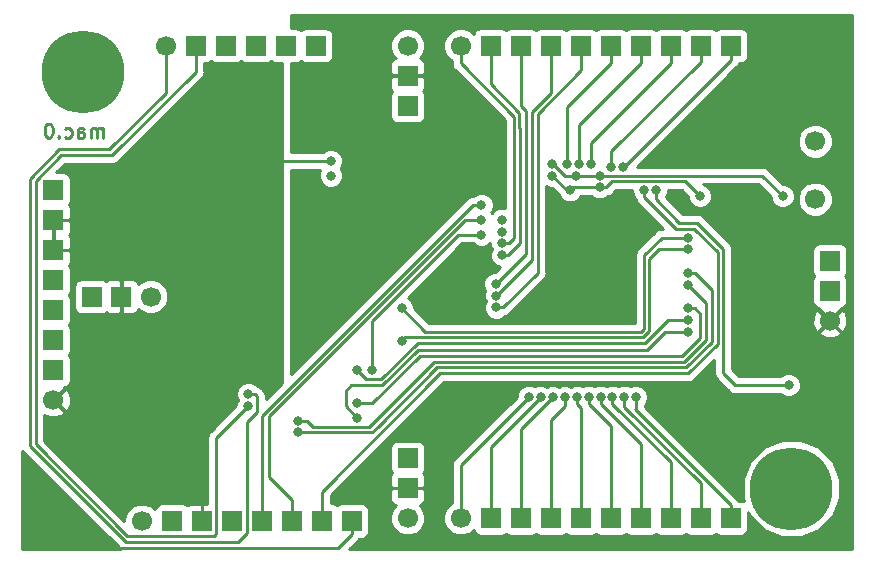
<source format=gbr>
G04 #@! TF.GenerationSoftware,KiCad,Pcbnew,(5.0.0-3-g5ebb6b6)*
G04 #@! TF.CreationDate,2019-02-10T22:36:41+03:00*
G04 #@! TF.ProjectId,mac,6D61632E6B696361645F706362000000,rev?*
G04 #@! TF.SameCoordinates,Original*
G04 #@! TF.FileFunction,Copper,L2,Bot,Signal*
G04 #@! TF.FilePolarity,Positive*
%FSLAX46Y46*%
G04 Gerber Fmt 4.6, Leading zero omitted, Abs format (unit mm)*
G04 Created by KiCad (PCBNEW (5.0.0-3-g5ebb6b6)) date *
%MOMM*%
%LPD*%
G01*
G04 APERTURE LIST*
G04 #@! TA.AperFunction,NonConductor*
%ADD10C,0.250000*%
G04 #@! TD*
G04 #@! TA.AperFunction,ComponentPad*
%ADD11C,1.700000*%
G04 #@! TD*
G04 #@! TA.AperFunction,ComponentPad*
%ADD12R,1.700000X1.700000*%
G04 #@! TD*
G04 #@! TA.AperFunction,ComponentPad*
%ADD13C,7.000000*%
G04 #@! TD*
G04 #@! TA.AperFunction,ViaPad*
%ADD14C,0.800000*%
G04 #@! TD*
G04 #@! TA.AperFunction,Conductor*
%ADD15C,0.250000*%
G04 #@! TD*
G04 APERTURE END LIST*
D10*
X84178571Y-67792857D02*
X84178571Y-66992857D01*
X84178571Y-67107142D02*
X84121428Y-67050000D01*
X84007142Y-66992857D01*
X83835714Y-66992857D01*
X83721428Y-67050000D01*
X83664285Y-67164285D01*
X83664285Y-67792857D01*
X83664285Y-67164285D02*
X83607142Y-67050000D01*
X83492857Y-66992857D01*
X83321428Y-66992857D01*
X83207142Y-67050000D01*
X83150000Y-67164285D01*
X83150000Y-67792857D01*
X82064285Y-67792857D02*
X82064285Y-67164285D01*
X82121428Y-67050000D01*
X82235714Y-66992857D01*
X82464285Y-66992857D01*
X82578571Y-67050000D01*
X82064285Y-67735714D02*
X82178571Y-67792857D01*
X82464285Y-67792857D01*
X82578571Y-67735714D01*
X82635714Y-67621428D01*
X82635714Y-67507142D01*
X82578571Y-67392857D01*
X82464285Y-67335714D01*
X82178571Y-67335714D01*
X82064285Y-67278571D01*
X80978571Y-67735714D02*
X81092857Y-67792857D01*
X81321428Y-67792857D01*
X81435714Y-67735714D01*
X81492857Y-67678571D01*
X81550000Y-67564285D01*
X81550000Y-67221428D01*
X81492857Y-67107142D01*
X81435714Y-67050000D01*
X81321428Y-66992857D01*
X81092857Y-66992857D01*
X80978571Y-67050000D01*
X80464285Y-67678571D02*
X80407142Y-67735714D01*
X80464285Y-67792857D01*
X80521428Y-67735714D01*
X80464285Y-67678571D01*
X80464285Y-67792857D01*
X79664285Y-66592857D02*
X79550000Y-66592857D01*
X79435714Y-66650000D01*
X79378571Y-66707142D01*
X79321428Y-66821428D01*
X79264285Y-67050000D01*
X79264285Y-67335714D01*
X79321428Y-67564285D01*
X79378571Y-67678571D01*
X79435714Y-67735714D01*
X79550000Y-67792857D01*
X79664285Y-67792857D01*
X79778571Y-67735714D01*
X79835714Y-67678571D01*
X79892857Y-67564285D01*
X79950000Y-67335714D01*
X79950000Y-67050000D01*
X79892857Y-66821428D01*
X79835714Y-66707142D01*
X79778571Y-66650000D01*
X79664285Y-66592857D01*
D11*
G04 #@! TO.P,G1,1*
G04 #@! TO.N,/VCC*
X88250000Y-81250000D03*
D12*
G04 #@! TO.P,G1,2*
G04 #@! TO.N,/GND*
X85750000Y-81250000D03*
G04 #@! TO.P,G1,3*
G04 #@! TO.N,/+4...30*
X83250000Y-81250000D03*
G04 #@! TD*
D11*
G04 #@! TO.P,XP3,1*
G04 #@! TO.N,/GND_MC*
X145750000Y-83290000D03*
D12*
G04 #@! TO.P,XP3,2*
G04 #@! TO.N,/MODE*
X145750000Y-80750000D03*
G04 #@! TO.P,XP3,3*
G04 #@! TO.N,/VCC_MC*
X145750000Y-78210000D03*
G04 #@! TD*
D13*
G04 #@! TO.P,M3,*
G04 #@! TO.N,*
X142500000Y-97500000D03*
G04 #@! TD*
G04 #@! TO.P,M3,*
G04 #@! TO.N,*
X82500000Y-62250000D03*
G04 #@! TD*
D11*
G04 #@! TO.P,XP1,1*
G04 #@! TO.N,/GND*
X80000000Y-90000000D03*
D12*
G04 #@! TO.P,XP1,2*
G04 #@! TO.N,/USB_D+*
X80000000Y-87460000D03*
G04 #@! TO.P,XP1,3*
G04 #@! TO.N,/USB_D-*
X80000000Y-84920000D03*
G04 #@! TO.P,XP1,4*
G04 #@! TO.N,/+4...30*
X80000000Y-82380000D03*
G04 #@! TO.P,XP1,5*
X80000000Y-79840000D03*
G04 #@! TO.P,XP1,6*
G04 #@! TO.N,/GND*
X80000000Y-77300000D03*
G04 #@! TO.P,XP1,7*
X80000000Y-74760000D03*
G04 #@! TO.P,XP1,8*
G04 #@! TO.N,/+3\002C3*
X80000000Y-72220000D03*
G04 #@! TD*
D11*
G04 #@! TO.P,XP4,1*
G04 #@! TO.N,/RS_A*
X89500000Y-60000000D03*
D12*
G04 #@! TO.P,XP4,2*
G04 #@! TO.N,/RS_B*
X92040000Y-60000000D03*
G04 #@! TO.P,XP4,3*
G04 #@! TO.N,Net-(R8-Pad2)*
X94580000Y-60000000D03*
G04 #@! TO.P,XP4,4*
X97120000Y-60000000D03*
G04 #@! TO.P,XP4,5*
G04 #@! TO.N,/CAN_H*
X99660000Y-60000000D03*
G04 #@! TO.P,XP4,6*
G04 #@! TO.N,/CAN_L*
X102200000Y-60000000D03*
G04 #@! TD*
D11*
G04 #@! TO.P,XP5,1*
G04 #@! TO.N,Net-(XP5-Pad1)*
X110000000Y-100000000D03*
D12*
G04 #@! TO.P,XP5,2*
G04 #@! TO.N,/GND_MC*
X110000000Y-97460000D03*
G04 #@! TO.P,XP5,3*
G04 #@! TO.N,/GND_LED1*
X110000000Y-94920000D03*
G04 #@! TD*
G04 #@! TO.P,XP6,10*
G04 #@! TO.N,/PA4*
X137360000Y-100000000D03*
G04 #@! TO.P,XP6,9*
G04 #@! TO.N,/PA5*
X134820000Y-100000000D03*
G04 #@! TO.P,XP6,8*
G04 #@! TO.N,/PA6*
X132280000Y-100000000D03*
G04 #@! TO.P,XP6,7*
G04 #@! TO.N,/PA7*
X129740000Y-100000000D03*
G04 #@! TO.P,XP6,6*
G04 #@! TO.N,/PB10*
X127200000Y-100000000D03*
G04 #@! TO.P,XP6,5*
G04 #@! TO.N,/PB9*
X124660000Y-100000000D03*
G04 #@! TO.P,XP6,4*
G04 #@! TO.N,/PB8*
X122120000Y-100000000D03*
G04 #@! TO.P,XP6,3*
G04 #@! TO.N,/PB7*
X119580000Y-100000000D03*
G04 #@! TO.P,XP6,2*
G04 #@! TO.N,/PB6*
X117040000Y-100000000D03*
D11*
G04 #@! TO.P,XP6,1*
G04 #@! TO.N,/PB5*
X114500000Y-100000000D03*
G04 #@! TD*
D12*
G04 #@! TO.P,XP7,3*
G04 #@! TO.N,/GND_LED2*
X110000000Y-65080000D03*
G04 #@! TO.P,XP7,2*
G04 #@! TO.N,/GND_MC*
X110000000Y-62540000D03*
D11*
G04 #@! TO.P,XP7,1*
G04 #@! TO.N,Net-(XP7-Pad1)*
X110000000Y-60000000D03*
G04 #@! TD*
G04 #@! TO.P,XP8,1*
G04 #@! TO.N,/PD5_ADC5*
X114500000Y-60000000D03*
D12*
G04 #@! TO.P,XP8,2*
G04 #@! TO.N,/PD6_ADC6*
X117040000Y-60000000D03*
G04 #@! TO.P,XP8,3*
G04 #@! TO.N,/PC2*
X119580000Y-60000000D03*
G04 #@! TO.P,XP8,4*
G04 #@! TO.N,/PC1_SDA1*
X122120000Y-60000000D03*
G04 #@! TO.P,XP8,5*
G04 #@! TO.N,/PC0_SCL1*
X124660000Y-60000000D03*
G04 #@! TO.P,XP8,6*
G04 #@! TO.N,/PD7_ADC7*
X127200000Y-60000000D03*
G04 #@! TO.P,XP8,7*
G04 #@! TO.N,/PE0_T2C1_DAC*
X129740000Y-60000000D03*
G04 #@! TO.P,XP8,8*
G04 #@! TO.N,/PE1_T2nC1*
X132280000Y-60000000D03*
G04 #@! TO.P,XP8,9*
G04 #@! TO.N,/PE2_T2C3*
X134820000Y-60000000D03*
G04 #@! TO.P,XP8,10*
G04 #@! TO.N,/PE3_T2nC3*
X137360000Y-60000000D03*
G04 #@! TD*
D11*
G04 #@! TO.P,ZQ1,2*
G04 #@! TO.N,Net-(C2-Pad1)*
X144500000Y-68100000D03*
G04 #@! TO.P,ZQ1,1*
G04 #@! TO.N,Net-(C1-Pad1)*
X144500000Y-73000000D03*
G04 #@! TD*
G04 #@! TO.P,XP2,1*
G04 #@! TO.N,/+4...30*
X87500000Y-100250000D03*
D12*
G04 #@! TO.P,XP2,2*
G04 #@! TO.N,/+3\002C3_prog*
X90040000Y-100250000D03*
G04 #@! TO.P,XP2,3*
G04 #@! TO.N,/GND*
X92580000Y-100250000D03*
G04 #@! TO.P,XP2,4*
G04 #@! TO.N,/TCK_CLK_TX*
X95120000Y-100250000D03*
G04 #@! TO.P,XP2,5*
G04 #@! TO.N,/TMS_DIO_RX*
X97660000Y-100250000D03*
G04 #@! TO.P,XP2,6*
G04 #@! TO.N,/TDO_SWO*
X100200000Y-100250000D03*
G04 #@! TO.P,XP2,7*
G04 #@! TO.N,/RES*
X102740000Y-100250000D03*
G04 #@! TO.P,XP2,8*
G04 #@! TO.N,/GND*
X105280000Y-100250000D03*
G04 #@! TD*
D14*
G04 #@! TO.N,/GND_MC*
X122750000Y-79750000D03*
X123500000Y-83000000D03*
X128750000Y-79000000D03*
X141500000Y-74750000D03*
X143250000Y-82500000D03*
X147250000Y-60250000D03*
X141500000Y-60250000D03*
X128000000Y-82250000D03*
G04 #@! TO.N,/GND*
X103500000Y-69750000D03*
X90500000Y-65500000D03*
X92250000Y-72250000D03*
X82000000Y-76000000D03*
X91500000Y-87750000D03*
X83000000Y-101000000D03*
G04 #@! TO.N,/A_VCC_MC*
X126250000Y-72000000D03*
X123750000Y-72250000D03*
X122250000Y-71000000D03*
X134750000Y-72750000D03*
G04 #@! TO.N,/A_GND_MC*
X126250000Y-71000000D03*
X124250000Y-71000000D03*
X122250000Y-70000000D03*
X141750000Y-72750000D03*
G04 #@! TO.N,/PF0_U2-RX*
X105750000Y-91500000D03*
X133750000Y-84250000D03*
G04 #@! TO.N,/PF1_U2-TX*
X133750000Y-83250000D03*
X105750000Y-87500000D03*
G04 #@! TO.N,/PF2_U2-En*
X133750000Y-82250000D03*
X105750000Y-90250000D03*
G04 #@! TO.N,/PC0_SCL1*
X117497835Y-82165712D03*
G04 #@! TO.N,/PC1_SDA1*
X117510899Y-81165796D03*
G04 #@! TO.N,/USB_D+*
X133750000Y-80250000D03*
X100750000Y-91750000D03*
G04 #@! TO.N,/PC2*
X117445299Y-80167948D03*
G04 #@! TO.N,/USB_D-*
X133750000Y-79250000D03*
X100750000Y-92750000D03*
G04 #@! TO.N,/PD6_ADC6*
X118012653Y-77737347D03*
G04 #@! TO.N,/PD5_ADC5*
X117999839Y-76737428D03*
G04 #@! TO.N,/PE6_C2-TX*
X133750000Y-77250000D03*
X109500000Y-85000000D03*
G04 #@! TO.N,/PE6_C2-RX*
X103500000Y-71000000D03*
X133750000Y-76250000D03*
X109500000Y-82250000D03*
G04 #@! TO.N,Net-(DD1-Pad17)*
X131000000Y-72250000D03*
X142250000Y-88750000D03*
G04 #@! TO.N,/RES*
X130000000Y-72225000D03*
G04 #@! TO.N,/PE3_T2nC3*
X128250000Y-70250000D03*
G04 #@! TO.N,/PE2_T2C3*
X127250000Y-70250000D03*
G04 #@! TO.N,/PE1_T2nC1*
X125500000Y-70000000D03*
G04 #@! TO.N,/PE0_T2C1_DAC*
X124500000Y-70000000D03*
G04 #@! TO.N,/PD7_ADC7*
X123500000Y-70000000D03*
G04 #@! TO.N,/PB9*
X124329742Y-89771479D03*
G04 #@! TO.N,/PB8*
X123307330Y-89768586D03*
G04 #@! TO.N,/PB7*
X122281672Y-89768939D03*
G04 #@! TO.N,/PB6*
X121262653Y-89762653D03*
G04 #@! TO.N,/PB5*
X120250000Y-89750000D03*
G04 #@! TO.N,/RS_A*
X96500000Y-89500000D03*
G04 #@! TO.N,/RS_B*
X96500000Y-90500000D03*
G04 #@! TO.N,/PA4*
X129329475Y-89750000D03*
G04 #@! TO.N,/PA5*
X128329474Y-89750001D03*
G04 #@! TO.N,/PA6*
X127329473Y-89749987D03*
G04 #@! TO.N,/PA7*
X126329472Y-89750160D03*
G04 #@! TO.N,/PB10*
X125329472Y-89748146D03*
G04 #@! TO.N,Net-(DD1-Pad34)*
X118000002Y-75737427D03*
G04 #@! TO.N,Net-(DD1-Pad33)*
X118000000Y-74737426D03*
G04 #@! TO.N,/TDO_SWO*
X116250000Y-74750000D03*
G04 #@! TO.N,/TMS_DIO_RX*
X116250000Y-73500000D03*
G04 #@! TO.N,/TCK_CLK_TX*
X116250000Y-76000000D03*
X107000000Y-87500000D03*
G04 #@! TD*
D15*
G04 #@! TO.N,/GND_MC*
X141500000Y-74750000D02*
X141899999Y-75149999D01*
X143250000Y-76500000D02*
X143250000Y-82500000D01*
X141899999Y-75149999D02*
X143250000Y-76500000D01*
X146250000Y-61250000D02*
X147250000Y-60250000D01*
X146250000Y-74750000D02*
X146250000Y-61250000D01*
X145750000Y-75250000D02*
X146250000Y-74750000D01*
G04 #@! TO.N,/GND*
X90500000Y-68500000D02*
X90500000Y-65500000D01*
X92250000Y-70250000D02*
X90500000Y-68500000D01*
X92250000Y-72250000D02*
X92250000Y-70250000D01*
X94750000Y-69750000D02*
X92250000Y-72250000D01*
X103500000Y-69750000D02*
X94750000Y-69750000D01*
X88500000Y-76000000D02*
X92250000Y-72250000D01*
X82000000Y-76000000D02*
X88500000Y-76000000D01*
X85750000Y-79750000D02*
X85750000Y-81250000D01*
X82000000Y-76000000D02*
X85750000Y-79750000D01*
X85750000Y-87750000D02*
X85750000Y-81250000D01*
X91500000Y-87750000D02*
X85750000Y-87750000D01*
X84500000Y-102500000D02*
X83000000Y-101000000D01*
X104130000Y-102500000D02*
X84500000Y-102500000D01*
X105280000Y-101350000D02*
X104130000Y-102500000D01*
X105280000Y-100250000D02*
X105280000Y-101350000D01*
G04 #@! TO.N,/A_VCC_MC*
X124000000Y-72000000D02*
X123750000Y-72250000D01*
X126250000Y-72000000D02*
X124000000Y-72000000D01*
X123500000Y-72250000D02*
X122250000Y-71000000D01*
X123750000Y-72250000D02*
X123500000Y-72250000D01*
X126250000Y-72000000D02*
X126815685Y-72000000D01*
X126815685Y-72000000D02*
X127315685Y-71500000D01*
X127315685Y-71500000D02*
X131000000Y-71500000D01*
X131000000Y-71500000D02*
X133500000Y-71500000D01*
X131000000Y-71500000D02*
X131750000Y-71500000D01*
X133500000Y-71500000D02*
X134750000Y-72750000D01*
G04 #@! TO.N,/A_GND_MC*
X124500000Y-71000000D02*
X126250000Y-71000000D01*
X124250000Y-71000000D02*
X124500000Y-71000000D01*
X122323002Y-70000000D02*
X122250000Y-70000000D01*
X123323002Y-71000000D02*
X122323002Y-70000000D01*
X124250000Y-71000000D02*
X123323002Y-71000000D01*
X126250000Y-71000000D02*
X136250000Y-71000000D01*
X136250000Y-71000000D02*
X137500000Y-71000000D01*
X140000000Y-71000000D02*
X141750000Y-72750000D01*
X137500000Y-71000000D02*
X140000000Y-71000000D01*
G04 #@! TO.N,/PF0_U2-RX*
X130250000Y-85750000D02*
X131750000Y-84250000D01*
X110886410Y-85750000D02*
X130250000Y-85750000D01*
X107861411Y-88774999D02*
X110886410Y-85750000D01*
X105225001Y-88774999D02*
X107861411Y-88774999D01*
X104750000Y-89250000D02*
X105225001Y-88774999D01*
X131750000Y-84250000D02*
X133750000Y-84250000D01*
X104750000Y-90500000D02*
X104750000Y-89250000D01*
X105750000Y-91500000D02*
X104750000Y-90500000D01*
G04 #@! TO.N,/PF1_U2-TX*
X106475001Y-88225001D02*
X105750000Y-87500000D01*
X133750000Y-83250000D02*
X132022820Y-83250000D01*
X107774999Y-88225001D02*
X106475001Y-88225001D01*
X110849980Y-85150020D02*
X107774999Y-88225001D01*
X132022820Y-83250000D02*
X130122801Y-85150019D01*
X130122801Y-85150019D02*
X110849980Y-85150020D01*
G04 #@! TO.N,/PF2_U2-En*
X111022820Y-86250000D02*
X107022820Y-90250000D01*
X107022820Y-90250000D02*
X105750000Y-90250000D01*
X133250000Y-86250000D02*
X111022820Y-86250000D01*
X134750000Y-84750000D02*
X133250000Y-86250000D01*
X133750000Y-82250000D02*
X134315685Y-82250000D01*
X134750000Y-82684315D02*
X134750000Y-84750000D01*
X134315685Y-82250000D02*
X134750000Y-82684315D01*
G04 #@! TO.N,/PC0_SCL1*
X124660000Y-62096410D02*
X124660000Y-61500000D01*
X121000000Y-65756410D02*
X124660000Y-62096410D01*
X121000000Y-79229232D02*
X121000000Y-65756410D01*
X124660000Y-61500000D02*
X124660000Y-60000000D01*
X118063520Y-82165712D02*
X121000000Y-79229232D01*
X117497835Y-82165712D02*
X118063520Y-82165712D01*
G04 #@! TO.N,/PC1_SDA1*
X122120000Y-64000000D02*
X122120000Y-60000000D01*
X120500000Y-65620000D02*
X122120000Y-64000000D01*
X120500000Y-78186249D02*
X120500000Y-65620000D01*
X117520453Y-81165796D02*
X120500000Y-78186249D01*
X117510899Y-81165796D02*
X117520453Y-81165796D01*
G04 #@! TO.N,/USB_D+*
X135250000Y-81750000D02*
X133750000Y-80250000D01*
X135250000Y-84886410D02*
X135250000Y-81750000D01*
X133386410Y-86750000D02*
X135250000Y-84886410D01*
X112250000Y-86750000D02*
X133386410Y-86750000D01*
X106750000Y-92250000D02*
X112250000Y-86750000D01*
X102000000Y-92250000D02*
X106750000Y-92250000D01*
X101500000Y-91750000D02*
X102000000Y-92250000D01*
X101500000Y-91750000D02*
X100750000Y-91750000D01*
G04 #@! TO.N,/PC2*
X120000000Y-77613247D02*
X120000000Y-65500000D01*
X119580000Y-65080000D02*
X119580000Y-60000000D01*
X120000000Y-65500000D02*
X119580000Y-65080000D01*
X117445299Y-80167948D02*
X120000000Y-77613247D01*
G04 #@! TO.N,/USB_D-*
X134315685Y-79250000D02*
X135750000Y-80684315D01*
X133750000Y-79250000D02*
X134315685Y-79250000D01*
X135750010Y-85093520D02*
X133593530Y-87250000D01*
X135750010Y-80684325D02*
X135750010Y-85093520D01*
X135750000Y-80684315D02*
X135750010Y-80684325D01*
X133593530Y-87250000D02*
X132957120Y-87250000D01*
X132957120Y-87250000D02*
X132957110Y-87250010D01*
X132957110Y-87250010D02*
X114500000Y-87250010D01*
X114500000Y-87250010D02*
X114250010Y-87250010D01*
X102999990Y-92750000D02*
X103000000Y-92750010D01*
X112499990Y-87250010D02*
X114500000Y-87250010D01*
X103000000Y-92750010D02*
X106957110Y-92750010D01*
X107500000Y-92250000D02*
X112499990Y-87250010D01*
X106957110Y-92750010D02*
X107457120Y-92250000D01*
X107457120Y-92250000D02*
X107500000Y-92250000D01*
X101750000Y-92750000D02*
X100750000Y-92750000D01*
X101750000Y-92750000D02*
X102999990Y-92750000D01*
G04 #@! TO.N,/PD6_ADC6*
X119450010Y-65700010D02*
X117040000Y-63290000D01*
X119450010Y-66950010D02*
X119450010Y-65700010D01*
X119500000Y-67000000D02*
X119450010Y-66950010D01*
X117040000Y-63290000D02*
X117040000Y-61100000D01*
X119500000Y-76724694D02*
X119500000Y-67000000D01*
X118487347Y-77737347D02*
X119500000Y-76724694D01*
X117040000Y-61100000D02*
X117040000Y-60000000D01*
X118012653Y-77737347D02*
X118487347Y-77737347D01*
G04 #@! TO.N,/PD5_ADC5*
X114500000Y-61500000D02*
X114500000Y-60000000D01*
X119000000Y-66000000D02*
X114500000Y-61500000D01*
X119000000Y-76302952D02*
X119000000Y-66000000D01*
X118565524Y-76737428D02*
X119000000Y-76302952D01*
X117999839Y-76737428D02*
X118565524Y-76737428D01*
G04 #@! TO.N,/PE6_C2-TX*
X130450009Y-84186401D02*
X130450010Y-78049990D01*
X130450010Y-78049990D02*
X131250000Y-77250000D01*
X129936400Y-84700010D02*
X130450009Y-84186401D01*
X109799990Y-84700010D02*
X129936400Y-84700010D01*
X131250000Y-77250000D02*
X133750000Y-77250000D01*
X109500000Y-85000000D02*
X109799990Y-84700010D01*
G04 #@! TO.N,/PE6_C2-RX*
X111500000Y-84250000D02*
X109500000Y-82250000D01*
X129750000Y-84250000D02*
X111500000Y-84250000D01*
X130000000Y-84000000D02*
X129750000Y-84250000D01*
X130000000Y-77750000D02*
X130000000Y-84000000D01*
X131500000Y-76250000D02*
X130000000Y-77750000D01*
X133750000Y-76250000D02*
X131500000Y-76250000D01*
G04 #@! TO.N,Net-(DD1-Pad17)*
X131000000Y-73000000D02*
X131000000Y-72250000D01*
X133000000Y-75000000D02*
X131000000Y-73000000D01*
X136700010Y-77200010D02*
X134500000Y-75000000D01*
X136700010Y-87700010D02*
X136700010Y-77200010D01*
X134500000Y-75000000D02*
X133000000Y-75000000D01*
X137750000Y-88750000D02*
X136700010Y-87700010D01*
X142250000Y-88750000D02*
X137750000Y-88750000D01*
G04 #@! TO.N,/RES*
X130000000Y-72790685D02*
X132709315Y-75500000D01*
X130000000Y-72225000D02*
X130000000Y-72790685D01*
X132709315Y-75500000D02*
X134250000Y-75500000D01*
X134250000Y-75500000D02*
X136250000Y-77500000D01*
X136250000Y-77500000D02*
X136250000Y-82000000D01*
X136250000Y-82000000D02*
X136250000Y-82250000D01*
X102740000Y-97760000D02*
X102740000Y-100250000D01*
X112750000Y-87750000D02*
X102740000Y-97760000D01*
X136250000Y-85229940D02*
X133729940Y-87750000D01*
X133729940Y-87750000D02*
X112750000Y-87750000D01*
X136250000Y-82000000D02*
X136250000Y-85229940D01*
G04 #@! TO.N,/PE3_T2nC3*
X137360000Y-61100000D02*
X137360000Y-60000000D01*
X137360000Y-61250000D02*
X137360000Y-61100000D01*
X128360000Y-70250000D02*
X137360000Y-61250000D01*
X128250000Y-70250000D02*
X128360000Y-70250000D01*
G04 #@! TO.N,/PE2_T2C3*
X134820000Y-61364315D02*
X134820000Y-60000000D01*
X127250000Y-68934315D02*
X134820000Y-61364315D01*
X127250000Y-70250000D02*
X127250000Y-68934315D01*
G04 #@! TO.N,/PE1_T2nC1*
X132280000Y-61500000D02*
X132280000Y-60000000D01*
X125500000Y-68280000D02*
X132280000Y-61500000D01*
X125500000Y-70000000D02*
X125500000Y-68280000D01*
G04 #@! TO.N,/PE0_T2C1_DAC*
X129740000Y-61100000D02*
X129740000Y-60000000D01*
X124500000Y-66740000D02*
X129740000Y-61500000D01*
X124500000Y-70000000D02*
X124500000Y-66740000D01*
X129740000Y-61500000D02*
X129740000Y-61100000D01*
G04 #@! TO.N,/PD7_ADC7*
X123500000Y-65200000D02*
X127200000Y-61500000D01*
X123500000Y-70000000D02*
X123500000Y-65200000D01*
X127200000Y-61500000D02*
X127200000Y-60000000D01*
G04 #@! TO.N,/PB9*
X124660000Y-90667422D02*
X124660000Y-92250000D01*
X124329742Y-90337164D02*
X124660000Y-90667422D01*
X124329742Y-89771479D02*
X124329742Y-90337164D01*
X124660000Y-100000000D02*
X124660000Y-92250000D01*
G04 #@! TO.N,/PB8*
X122120000Y-91687330D02*
X123307330Y-90500000D01*
X122120000Y-100000000D02*
X122120000Y-91687330D01*
X123307330Y-89768586D02*
X123307330Y-90500000D01*
G04 #@! TO.N,/PB7*
X119580000Y-92470611D02*
X122281672Y-89768939D01*
X119580000Y-100000000D02*
X119580000Y-92470611D01*
G04 #@! TO.N,/PB6*
X117040000Y-93985306D02*
X121262653Y-89762653D01*
X117040000Y-100000000D02*
X117040000Y-93985306D01*
G04 #@! TO.N,/PB5*
X114500000Y-95500000D02*
X120250000Y-89750000D01*
X114500000Y-100000000D02*
X114500000Y-95500000D01*
G04 #@! TO.N,/RS_A*
X96400000Y-98750000D02*
X96400000Y-96000000D01*
X96400000Y-96250000D02*
X96400000Y-96000000D01*
X96400000Y-98750000D02*
X96400000Y-98250000D01*
X96400000Y-101255002D02*
X96400000Y-98750000D01*
X86113590Y-102000000D02*
X95655002Y-102000000D01*
X78000000Y-93886410D02*
X86113590Y-102000000D01*
X78000000Y-71250000D02*
X78000000Y-93886410D01*
X95655002Y-102000000D02*
X96400000Y-101255002D01*
X84750000Y-68750000D02*
X80500000Y-68750000D01*
X89500000Y-64000000D02*
X84750000Y-68750000D01*
X80500000Y-68750000D02*
X78000000Y-71250000D01*
X89500000Y-60000000D02*
X89500000Y-64000000D01*
X97065685Y-89500000D02*
X96500000Y-89500000D01*
X97250000Y-89684315D02*
X97065685Y-89500000D01*
X97250000Y-91000000D02*
X97250000Y-89684315D01*
X96400000Y-91850000D02*
X97250000Y-91000000D01*
X96400000Y-96000000D02*
X96400000Y-91850000D01*
G04 #@! TO.N,/RS_B*
X93200000Y-101500000D02*
X93505001Y-101500000D01*
X93615002Y-101500000D02*
X93800000Y-101315002D01*
X93200000Y-101500000D02*
X93615002Y-101500000D01*
X93800000Y-101315002D02*
X93800000Y-98500000D01*
X93800000Y-98500000D02*
X93800000Y-96250000D01*
X93800000Y-96250000D02*
X93800000Y-94950000D01*
X86250000Y-101500000D02*
X93200000Y-101500000D01*
X78500000Y-93750000D02*
X86250000Y-101500000D01*
X78500000Y-71434998D02*
X78500000Y-93750000D01*
X80684998Y-69250000D02*
X78500000Y-71434998D01*
X92040000Y-62210000D02*
X85000000Y-69250000D01*
X85000000Y-69250000D02*
X80684998Y-69250000D01*
X92040000Y-60000000D02*
X92040000Y-62210000D01*
X93800000Y-93200000D02*
X96500000Y-90500000D01*
X93800000Y-96250000D02*
X93800000Y-93200000D01*
G04 #@! TO.N,/PA4*
X137360000Y-98900000D02*
X129250000Y-90790000D01*
X137360000Y-100000000D02*
X137360000Y-98900000D01*
X129329475Y-90710525D02*
X129329475Y-89750000D01*
X129250000Y-90790000D02*
X129329475Y-90710525D01*
G04 #@! TO.N,/PA5*
X128329474Y-89750001D02*
X128329474Y-90579474D01*
X134820000Y-97070000D02*
X134820000Y-100000000D01*
X128329474Y-90579474D02*
X134820000Y-97070000D01*
G04 #@! TO.N,/PA6*
X132280000Y-95266199D02*
X132280000Y-98900000D01*
X132280000Y-98900000D02*
X132280000Y-100000000D01*
X127329473Y-90315672D02*
X132280000Y-95266199D01*
X127329473Y-89749987D02*
X127329473Y-90315672D01*
G04 #@! TO.N,/PA7*
X129740000Y-98900000D02*
X129740000Y-100000000D01*
X126329472Y-90315845D02*
X129740000Y-93726373D01*
X129740000Y-93726373D02*
X129740000Y-98900000D01*
X126329472Y-89750160D02*
X126329472Y-90315845D01*
G04 #@! TO.N,/PB10*
X125329472Y-90313831D02*
X125329472Y-89748146D01*
X127200000Y-92184359D02*
X125329472Y-90313831D01*
X127200000Y-100000000D02*
X127200000Y-92184359D01*
G04 #@! TO.N,/TDO_SWO*
X98250000Y-91386410D02*
X114886410Y-74750000D01*
X100200000Y-98450000D02*
X98250000Y-96500000D01*
X114886410Y-74750000D02*
X116250000Y-74750000D01*
X98250000Y-96500000D02*
X98250000Y-91386410D01*
X100200000Y-100250000D02*
X100200000Y-98450000D01*
G04 #@! TO.N,/TMS_DIO_RX*
X115500000Y-73500000D02*
X116250000Y-73500000D01*
X97660000Y-91340000D02*
X115500000Y-73500000D01*
X97660000Y-100250000D02*
X97660000Y-91340000D01*
G04 #@! TO.N,/TCK_CLK_TX*
X114272820Y-76000000D02*
X116250000Y-76000000D01*
X107000000Y-83272820D02*
X114272820Y-76000000D01*
X107000000Y-87500000D02*
X107000000Y-83272820D01*
G04 #@! TD*
G04 #@! TO.N,/GND_MC*
G36*
X147625000Y-102625000D02*
X105065659Y-102625000D01*
X105758097Y-101932563D01*
X105820720Y-101890720D01*
X105923269Y-101737244D01*
X106130000Y-101737244D01*
X106373863Y-101688737D01*
X106580600Y-101550600D01*
X106718737Y-101343863D01*
X106767244Y-101100000D01*
X106767244Y-99400000D01*
X106718737Y-99156137D01*
X106580600Y-98949400D01*
X106373863Y-98811263D01*
X106130000Y-98762756D01*
X104430000Y-98762756D01*
X104186137Y-98811263D01*
X104010000Y-98928954D01*
X103833863Y-98811263D01*
X103590000Y-98762756D01*
X103490000Y-98762756D01*
X103490000Y-98070659D01*
X103919409Y-97641250D01*
X108525000Y-97641250D01*
X108525000Y-98434320D01*
X108620150Y-98664034D01*
X108795966Y-98839849D01*
X108992697Y-98921338D01*
X108749555Y-99164480D01*
X108525000Y-99706604D01*
X108525000Y-100293396D01*
X108749555Y-100835520D01*
X109164480Y-101250445D01*
X109706604Y-101475000D01*
X110293396Y-101475000D01*
X110835520Y-101250445D01*
X111250445Y-100835520D01*
X111475000Y-100293396D01*
X111475000Y-99706604D01*
X113025000Y-99706604D01*
X113025000Y-100293396D01*
X113249555Y-100835520D01*
X113664480Y-101250445D01*
X114206604Y-101475000D01*
X114793396Y-101475000D01*
X115335520Y-101250445D01*
X115583152Y-101002813D01*
X115601263Y-101093863D01*
X115739400Y-101300600D01*
X115946137Y-101438737D01*
X116190000Y-101487244D01*
X117890000Y-101487244D01*
X118133863Y-101438737D01*
X118310000Y-101321046D01*
X118486137Y-101438737D01*
X118730000Y-101487244D01*
X120430000Y-101487244D01*
X120673863Y-101438737D01*
X120850000Y-101321046D01*
X121026137Y-101438737D01*
X121270000Y-101487244D01*
X122970000Y-101487244D01*
X123213863Y-101438737D01*
X123390000Y-101321046D01*
X123566137Y-101438737D01*
X123810000Y-101487244D01*
X125510000Y-101487244D01*
X125753863Y-101438737D01*
X125930000Y-101321046D01*
X126106137Y-101438737D01*
X126350000Y-101487244D01*
X128050000Y-101487244D01*
X128293863Y-101438737D01*
X128470000Y-101321046D01*
X128646137Y-101438737D01*
X128890000Y-101487244D01*
X130590000Y-101487244D01*
X130833863Y-101438737D01*
X131010000Y-101321046D01*
X131186137Y-101438737D01*
X131430000Y-101487244D01*
X133130000Y-101487244D01*
X133373863Y-101438737D01*
X133550000Y-101321046D01*
X133726137Y-101438737D01*
X133970000Y-101487244D01*
X135670000Y-101487244D01*
X135913863Y-101438737D01*
X136090000Y-101321046D01*
X136266137Y-101438737D01*
X136510000Y-101487244D01*
X138210000Y-101487244D01*
X138453863Y-101438737D01*
X138660600Y-101300600D01*
X138798737Y-101093863D01*
X138847244Y-100850000D01*
X138847244Y-99460613D01*
X139002993Y-99836625D01*
X140163375Y-100997007D01*
X141679486Y-101625000D01*
X143320514Y-101625000D01*
X144836625Y-100997007D01*
X145997007Y-99836625D01*
X146625000Y-98320514D01*
X146625000Y-96679486D01*
X145997007Y-95163375D01*
X144836625Y-94002993D01*
X143320514Y-93375000D01*
X141679486Y-93375000D01*
X140163375Y-94002993D01*
X139002993Y-95163375D01*
X138375000Y-96679486D01*
X138375000Y-98320514D01*
X138482704Y-98580534D01*
X138453863Y-98561263D01*
X138210000Y-98512756D01*
X138003269Y-98512756D01*
X137900720Y-98359280D01*
X137838097Y-98317437D01*
X130079475Y-90558816D01*
X130079475Y-90449569D01*
X130198428Y-90330616D01*
X130354475Y-89953885D01*
X130354475Y-89546115D01*
X130198428Y-89169384D01*
X129910091Y-88881047D01*
X129533360Y-88725000D01*
X129125590Y-88725000D01*
X128829473Y-88847655D01*
X128533359Y-88725001D01*
X128125589Y-88725001D01*
X127829490Y-88847649D01*
X127533358Y-88724987D01*
X127125588Y-88724987D01*
X126829264Y-88847728D01*
X126533357Y-88725160D01*
X126125587Y-88725160D01*
X125831903Y-88846808D01*
X125533357Y-88723146D01*
X125125587Y-88723146D01*
X124801442Y-88857411D01*
X124533627Y-88746479D01*
X124125857Y-88746479D01*
X123822028Y-88872329D01*
X123511215Y-88743586D01*
X123103445Y-88743586D01*
X122794075Y-88871731D01*
X122485557Y-88743939D01*
X122077787Y-88743939D01*
X121779750Y-88867390D01*
X121466538Y-88737653D01*
X121058768Y-88737653D01*
X120771600Y-88856602D01*
X120453885Y-88725000D01*
X120046115Y-88725000D01*
X119669384Y-88881047D01*
X119381047Y-89169384D01*
X119225000Y-89546115D01*
X119225000Y-89714340D01*
X114021904Y-94917437D01*
X113959281Y-94959280D01*
X113917439Y-95021902D01*
X113793517Y-95207365D01*
X113735307Y-95500000D01*
X113750001Y-95573870D01*
X113750000Y-98714131D01*
X113664480Y-98749555D01*
X113249555Y-99164480D01*
X113025000Y-99706604D01*
X111475000Y-99706604D01*
X111250445Y-99164480D01*
X111007303Y-98921338D01*
X111204034Y-98839849D01*
X111379850Y-98664034D01*
X111475000Y-98434320D01*
X111475000Y-97641250D01*
X111318750Y-97485000D01*
X110025000Y-97485000D01*
X110025000Y-97505000D01*
X109975000Y-97505000D01*
X109975000Y-97485000D01*
X108681250Y-97485000D01*
X108525000Y-97641250D01*
X103919409Y-97641250D01*
X107490659Y-94070000D01*
X108512756Y-94070000D01*
X108512756Y-95770000D01*
X108561263Y-96013863D01*
X108681823Y-96194294D01*
X108620150Y-96255966D01*
X108525000Y-96485680D01*
X108525000Y-97278750D01*
X108681250Y-97435000D01*
X109975000Y-97435000D01*
X109975000Y-97415000D01*
X110025000Y-97415000D01*
X110025000Y-97435000D01*
X111318750Y-97435000D01*
X111475000Y-97278750D01*
X111475000Y-96485680D01*
X111379850Y-96255966D01*
X111318177Y-96194294D01*
X111438737Y-96013863D01*
X111487244Y-95770000D01*
X111487244Y-94070000D01*
X111438737Y-93826137D01*
X111300600Y-93619400D01*
X111093863Y-93481263D01*
X110850000Y-93432756D01*
X109150000Y-93432756D01*
X108906137Y-93481263D01*
X108699400Y-93619400D01*
X108561263Y-93826137D01*
X108512756Y-94070000D01*
X107490659Y-94070000D01*
X113060660Y-88500000D01*
X133656075Y-88500000D01*
X133729940Y-88514693D01*
X133803805Y-88500000D01*
X133803806Y-88500000D01*
X134022575Y-88456484D01*
X134270660Y-88290720D01*
X134312505Y-88228094D01*
X135950010Y-86590590D01*
X135950010Y-87626145D01*
X135935317Y-87700010D01*
X135950010Y-87773875D01*
X135993526Y-87992644D01*
X136159290Y-88240730D01*
X136221916Y-88282575D01*
X137167438Y-89228099D01*
X137209280Y-89290720D01*
X137457365Y-89456484D01*
X137676134Y-89500000D01*
X137749999Y-89514693D01*
X137823864Y-89500000D01*
X141550431Y-89500000D01*
X141669384Y-89618953D01*
X142046115Y-89775000D01*
X142453885Y-89775000D01*
X142830616Y-89618953D01*
X143118953Y-89330616D01*
X143275000Y-88953885D01*
X143275000Y-88546115D01*
X143118953Y-88169384D01*
X142830616Y-87881047D01*
X142453885Y-87725000D01*
X142046115Y-87725000D01*
X141669384Y-87881047D01*
X141550431Y-88000000D01*
X138060661Y-88000000D01*
X137450010Y-87389351D01*
X137450010Y-84260444D01*
X144814911Y-84260444D01*
X144886379Y-84521204D01*
X145423280Y-84757978D01*
X146009920Y-84771265D01*
X146556991Y-84559043D01*
X146613621Y-84521204D01*
X146685089Y-84260444D01*
X145750000Y-83325355D01*
X144814911Y-84260444D01*
X137450010Y-84260444D01*
X137450010Y-83549920D01*
X144268735Y-83549920D01*
X144480957Y-84096991D01*
X144518796Y-84153621D01*
X144779556Y-84225089D01*
X145714645Y-83290000D01*
X145785355Y-83290000D01*
X146720444Y-84225089D01*
X146981204Y-84153621D01*
X147217978Y-83616720D01*
X147231265Y-83030080D01*
X147019043Y-82483009D01*
X146981204Y-82426379D01*
X146720444Y-82354911D01*
X145785355Y-83290000D01*
X145714645Y-83290000D01*
X144779556Y-82354911D01*
X144518796Y-82426379D01*
X144282022Y-82963280D01*
X144268735Y-83549920D01*
X137450010Y-83549920D01*
X137450010Y-77360000D01*
X144262756Y-77360000D01*
X144262756Y-79060000D01*
X144311263Y-79303863D01*
X144428954Y-79480000D01*
X144311263Y-79656137D01*
X144262756Y-79900000D01*
X144262756Y-81600000D01*
X144311263Y-81843863D01*
X144449400Y-82050600D01*
X144656137Y-82188737D01*
X144840703Y-82225449D01*
X144814911Y-82319556D01*
X145750000Y-83254645D01*
X146685089Y-82319556D01*
X146659297Y-82225449D01*
X146843863Y-82188737D01*
X147050600Y-82050600D01*
X147188737Y-81843863D01*
X147237244Y-81600000D01*
X147237244Y-79900000D01*
X147188737Y-79656137D01*
X147071046Y-79480000D01*
X147188737Y-79303863D01*
X147237244Y-79060000D01*
X147237244Y-77360000D01*
X147188737Y-77116137D01*
X147050600Y-76909400D01*
X146843863Y-76771263D01*
X146600000Y-76722756D01*
X144900000Y-76722756D01*
X144656137Y-76771263D01*
X144449400Y-76909400D01*
X144311263Y-77116137D01*
X144262756Y-77360000D01*
X137450010Y-77360000D01*
X137450010Y-77273875D01*
X137464703Y-77200010D01*
X137450010Y-77126144D01*
X137406494Y-76907375D01*
X137240730Y-76659290D01*
X137178107Y-76617447D01*
X135082565Y-74521906D01*
X135040720Y-74459280D01*
X134792635Y-74293516D01*
X134573866Y-74250000D01*
X134573865Y-74250000D01*
X134500000Y-74235307D01*
X134426135Y-74250000D01*
X133310661Y-74250000D01*
X131875491Y-72814832D01*
X132025000Y-72453885D01*
X132025000Y-72250000D01*
X133189341Y-72250000D01*
X133725000Y-72785660D01*
X133725000Y-72953885D01*
X133881047Y-73330616D01*
X134169384Y-73618953D01*
X134546115Y-73775000D01*
X134953885Y-73775000D01*
X135330616Y-73618953D01*
X135618953Y-73330616D01*
X135775000Y-72953885D01*
X135775000Y-72546115D01*
X135618953Y-72169384D01*
X135330616Y-71881047D01*
X135014240Y-71750000D01*
X139689341Y-71750000D01*
X140725000Y-72785660D01*
X140725000Y-72953885D01*
X140881047Y-73330616D01*
X141169384Y-73618953D01*
X141546115Y-73775000D01*
X141953885Y-73775000D01*
X142330616Y-73618953D01*
X142618953Y-73330616D01*
X142775000Y-72953885D01*
X142775000Y-72706604D01*
X143025000Y-72706604D01*
X143025000Y-73293396D01*
X143249555Y-73835520D01*
X143664480Y-74250445D01*
X144206604Y-74475000D01*
X144793396Y-74475000D01*
X145335520Y-74250445D01*
X145750445Y-73835520D01*
X145975000Y-73293396D01*
X145975000Y-72706604D01*
X145750445Y-72164480D01*
X145335520Y-71749555D01*
X144793396Y-71525000D01*
X144206604Y-71525000D01*
X143664480Y-71749555D01*
X143249555Y-72164480D01*
X143025000Y-72706604D01*
X142775000Y-72706604D01*
X142775000Y-72546115D01*
X142618953Y-72169384D01*
X142330616Y-71881047D01*
X141953885Y-71725000D01*
X141785660Y-71725000D01*
X140582565Y-70521906D01*
X140540720Y-70459280D01*
X140292635Y-70293516D01*
X140073866Y-70250000D01*
X140073865Y-70250000D01*
X140000000Y-70235307D01*
X139926135Y-70250000D01*
X129420659Y-70250000D01*
X131864055Y-67806604D01*
X143025000Y-67806604D01*
X143025000Y-68393396D01*
X143249555Y-68935520D01*
X143664480Y-69350445D01*
X144206604Y-69575000D01*
X144793396Y-69575000D01*
X145335520Y-69350445D01*
X145750445Y-68935520D01*
X145975000Y-68393396D01*
X145975000Y-67806604D01*
X145750445Y-67264480D01*
X145335520Y-66849555D01*
X144793396Y-66625000D01*
X144206604Y-66625000D01*
X143664480Y-66849555D01*
X143249555Y-67264480D01*
X143025000Y-67806604D01*
X131864055Y-67806604D01*
X137838097Y-61832563D01*
X137900720Y-61790720D01*
X138066484Y-61542635D01*
X138077502Y-61487244D01*
X138210000Y-61487244D01*
X138453863Y-61438737D01*
X138660600Y-61300600D01*
X138798737Y-61093863D01*
X138847244Y-60850000D01*
X138847244Y-59150000D01*
X138798737Y-58906137D01*
X138660600Y-58699400D01*
X138453863Y-58561263D01*
X138210000Y-58512756D01*
X136510000Y-58512756D01*
X136266137Y-58561263D01*
X136090000Y-58678954D01*
X135913863Y-58561263D01*
X135670000Y-58512756D01*
X133970000Y-58512756D01*
X133726137Y-58561263D01*
X133550000Y-58678954D01*
X133373863Y-58561263D01*
X133130000Y-58512756D01*
X131430000Y-58512756D01*
X131186137Y-58561263D01*
X131010000Y-58678954D01*
X130833863Y-58561263D01*
X130590000Y-58512756D01*
X128890000Y-58512756D01*
X128646137Y-58561263D01*
X128470000Y-58678954D01*
X128293863Y-58561263D01*
X128050000Y-58512756D01*
X126350000Y-58512756D01*
X126106137Y-58561263D01*
X125930000Y-58678954D01*
X125753863Y-58561263D01*
X125510000Y-58512756D01*
X123810000Y-58512756D01*
X123566137Y-58561263D01*
X123390000Y-58678954D01*
X123213863Y-58561263D01*
X122970000Y-58512756D01*
X121270000Y-58512756D01*
X121026137Y-58561263D01*
X120850000Y-58678954D01*
X120673863Y-58561263D01*
X120430000Y-58512756D01*
X118730000Y-58512756D01*
X118486137Y-58561263D01*
X118310000Y-58678954D01*
X118133863Y-58561263D01*
X117890000Y-58512756D01*
X116190000Y-58512756D01*
X115946137Y-58561263D01*
X115739400Y-58699400D01*
X115601263Y-58906137D01*
X115583152Y-58997187D01*
X115335520Y-58749555D01*
X114793396Y-58525000D01*
X114206604Y-58525000D01*
X113664480Y-58749555D01*
X113249555Y-59164480D01*
X113025000Y-59706604D01*
X113025000Y-60293396D01*
X113249555Y-60835520D01*
X113664480Y-61250445D01*
X113750000Y-61285869D01*
X113750000Y-61426134D01*
X113735307Y-61500000D01*
X113750000Y-61573865D01*
X113793516Y-61792634D01*
X113959280Y-62040720D01*
X114021906Y-62082565D01*
X118250001Y-66310661D01*
X118250000Y-73731528D01*
X118203885Y-73712426D01*
X117796115Y-73712426D01*
X117419384Y-73868473D01*
X117131047Y-74156810D01*
X117122396Y-74177696D01*
X117118953Y-74169384D01*
X117074569Y-74125000D01*
X117118953Y-74080616D01*
X117275000Y-73703885D01*
X117275000Y-73296115D01*
X117118953Y-72919384D01*
X116830616Y-72631047D01*
X116453885Y-72475000D01*
X116046115Y-72475000D01*
X115669384Y-72631047D01*
X115554319Y-72746112D01*
X115500000Y-72735307D01*
X115426135Y-72750000D01*
X115426134Y-72750000D01*
X115207365Y-72793516D01*
X114959280Y-72959280D01*
X114917437Y-73021903D01*
X100125000Y-87814341D01*
X100125000Y-70500000D01*
X102597655Y-70500000D01*
X102475000Y-70796115D01*
X102475000Y-71203885D01*
X102631047Y-71580616D01*
X102919384Y-71868953D01*
X103296115Y-72025000D01*
X103703885Y-72025000D01*
X104080616Y-71868953D01*
X104368953Y-71580616D01*
X104525000Y-71203885D01*
X104525000Y-70796115D01*
X104368953Y-70419384D01*
X104324569Y-70375000D01*
X104368953Y-70330616D01*
X104525000Y-69953885D01*
X104525000Y-69546115D01*
X104368953Y-69169384D01*
X104080616Y-68881047D01*
X103703885Y-68725000D01*
X103296115Y-68725000D01*
X102919384Y-68881047D01*
X102800431Y-69000000D01*
X100125000Y-69000000D01*
X100125000Y-64230000D01*
X108512756Y-64230000D01*
X108512756Y-65930000D01*
X108561263Y-66173863D01*
X108699400Y-66380600D01*
X108906137Y-66518737D01*
X109150000Y-66567244D01*
X110850000Y-66567244D01*
X111093863Y-66518737D01*
X111300600Y-66380600D01*
X111438737Y-66173863D01*
X111487244Y-65930000D01*
X111487244Y-64230000D01*
X111438737Y-63986137D01*
X111318177Y-63805706D01*
X111379850Y-63744034D01*
X111475000Y-63514320D01*
X111475000Y-62721250D01*
X111318750Y-62565000D01*
X110025000Y-62565000D01*
X110025000Y-62585000D01*
X109975000Y-62585000D01*
X109975000Y-62565000D01*
X108681250Y-62565000D01*
X108525000Y-62721250D01*
X108525000Y-63514320D01*
X108620150Y-63744034D01*
X108681823Y-63805706D01*
X108561263Y-63986137D01*
X108512756Y-64230000D01*
X100125000Y-64230000D01*
X100125000Y-61487244D01*
X100510000Y-61487244D01*
X100753863Y-61438737D01*
X100930000Y-61321046D01*
X101106137Y-61438737D01*
X101350000Y-61487244D01*
X103050000Y-61487244D01*
X103293863Y-61438737D01*
X103500600Y-61300600D01*
X103638737Y-61093863D01*
X103687244Y-60850000D01*
X103687244Y-59706604D01*
X108525000Y-59706604D01*
X108525000Y-60293396D01*
X108749555Y-60835520D01*
X108992697Y-61078662D01*
X108795966Y-61160151D01*
X108620150Y-61335966D01*
X108525000Y-61565680D01*
X108525000Y-62358750D01*
X108681250Y-62515000D01*
X109975000Y-62515000D01*
X109975000Y-62495000D01*
X110025000Y-62495000D01*
X110025000Y-62515000D01*
X111318750Y-62515000D01*
X111475000Y-62358750D01*
X111475000Y-61565680D01*
X111379850Y-61335966D01*
X111204034Y-61160151D01*
X111007303Y-61078662D01*
X111250445Y-60835520D01*
X111475000Y-60293396D01*
X111475000Y-59706604D01*
X111250445Y-59164480D01*
X110835520Y-58749555D01*
X110293396Y-58525000D01*
X109706604Y-58525000D01*
X109164480Y-58749555D01*
X108749555Y-59164480D01*
X108525000Y-59706604D01*
X103687244Y-59706604D01*
X103687244Y-59150000D01*
X103638737Y-58906137D01*
X103500600Y-58699400D01*
X103293863Y-58561263D01*
X103050000Y-58512756D01*
X101350000Y-58512756D01*
X101106137Y-58561263D01*
X100930000Y-58678954D01*
X100753863Y-58561263D01*
X100510000Y-58512756D01*
X100125000Y-58512756D01*
X100125000Y-57375000D01*
X147625000Y-57375000D01*
X147625000Y-102625000D01*
X147625000Y-102625000D01*
G37*
X147625000Y-102625000D02*
X105065659Y-102625000D01*
X105758097Y-101932563D01*
X105820720Y-101890720D01*
X105923269Y-101737244D01*
X106130000Y-101737244D01*
X106373863Y-101688737D01*
X106580600Y-101550600D01*
X106718737Y-101343863D01*
X106767244Y-101100000D01*
X106767244Y-99400000D01*
X106718737Y-99156137D01*
X106580600Y-98949400D01*
X106373863Y-98811263D01*
X106130000Y-98762756D01*
X104430000Y-98762756D01*
X104186137Y-98811263D01*
X104010000Y-98928954D01*
X103833863Y-98811263D01*
X103590000Y-98762756D01*
X103490000Y-98762756D01*
X103490000Y-98070659D01*
X103919409Y-97641250D01*
X108525000Y-97641250D01*
X108525000Y-98434320D01*
X108620150Y-98664034D01*
X108795966Y-98839849D01*
X108992697Y-98921338D01*
X108749555Y-99164480D01*
X108525000Y-99706604D01*
X108525000Y-100293396D01*
X108749555Y-100835520D01*
X109164480Y-101250445D01*
X109706604Y-101475000D01*
X110293396Y-101475000D01*
X110835520Y-101250445D01*
X111250445Y-100835520D01*
X111475000Y-100293396D01*
X111475000Y-99706604D01*
X113025000Y-99706604D01*
X113025000Y-100293396D01*
X113249555Y-100835520D01*
X113664480Y-101250445D01*
X114206604Y-101475000D01*
X114793396Y-101475000D01*
X115335520Y-101250445D01*
X115583152Y-101002813D01*
X115601263Y-101093863D01*
X115739400Y-101300600D01*
X115946137Y-101438737D01*
X116190000Y-101487244D01*
X117890000Y-101487244D01*
X118133863Y-101438737D01*
X118310000Y-101321046D01*
X118486137Y-101438737D01*
X118730000Y-101487244D01*
X120430000Y-101487244D01*
X120673863Y-101438737D01*
X120850000Y-101321046D01*
X121026137Y-101438737D01*
X121270000Y-101487244D01*
X122970000Y-101487244D01*
X123213863Y-101438737D01*
X123390000Y-101321046D01*
X123566137Y-101438737D01*
X123810000Y-101487244D01*
X125510000Y-101487244D01*
X125753863Y-101438737D01*
X125930000Y-101321046D01*
X126106137Y-101438737D01*
X126350000Y-101487244D01*
X128050000Y-101487244D01*
X128293863Y-101438737D01*
X128470000Y-101321046D01*
X128646137Y-101438737D01*
X128890000Y-101487244D01*
X130590000Y-101487244D01*
X130833863Y-101438737D01*
X131010000Y-101321046D01*
X131186137Y-101438737D01*
X131430000Y-101487244D01*
X133130000Y-101487244D01*
X133373863Y-101438737D01*
X133550000Y-101321046D01*
X133726137Y-101438737D01*
X133970000Y-101487244D01*
X135670000Y-101487244D01*
X135913863Y-101438737D01*
X136090000Y-101321046D01*
X136266137Y-101438737D01*
X136510000Y-101487244D01*
X138210000Y-101487244D01*
X138453863Y-101438737D01*
X138660600Y-101300600D01*
X138798737Y-101093863D01*
X138847244Y-100850000D01*
X138847244Y-99460613D01*
X139002993Y-99836625D01*
X140163375Y-100997007D01*
X141679486Y-101625000D01*
X143320514Y-101625000D01*
X144836625Y-100997007D01*
X145997007Y-99836625D01*
X146625000Y-98320514D01*
X146625000Y-96679486D01*
X145997007Y-95163375D01*
X144836625Y-94002993D01*
X143320514Y-93375000D01*
X141679486Y-93375000D01*
X140163375Y-94002993D01*
X139002993Y-95163375D01*
X138375000Y-96679486D01*
X138375000Y-98320514D01*
X138482704Y-98580534D01*
X138453863Y-98561263D01*
X138210000Y-98512756D01*
X138003269Y-98512756D01*
X137900720Y-98359280D01*
X137838097Y-98317437D01*
X130079475Y-90558816D01*
X130079475Y-90449569D01*
X130198428Y-90330616D01*
X130354475Y-89953885D01*
X130354475Y-89546115D01*
X130198428Y-89169384D01*
X129910091Y-88881047D01*
X129533360Y-88725000D01*
X129125590Y-88725000D01*
X128829473Y-88847655D01*
X128533359Y-88725001D01*
X128125589Y-88725001D01*
X127829490Y-88847649D01*
X127533358Y-88724987D01*
X127125588Y-88724987D01*
X126829264Y-88847728D01*
X126533357Y-88725160D01*
X126125587Y-88725160D01*
X125831903Y-88846808D01*
X125533357Y-88723146D01*
X125125587Y-88723146D01*
X124801442Y-88857411D01*
X124533627Y-88746479D01*
X124125857Y-88746479D01*
X123822028Y-88872329D01*
X123511215Y-88743586D01*
X123103445Y-88743586D01*
X122794075Y-88871731D01*
X122485557Y-88743939D01*
X122077787Y-88743939D01*
X121779750Y-88867390D01*
X121466538Y-88737653D01*
X121058768Y-88737653D01*
X120771600Y-88856602D01*
X120453885Y-88725000D01*
X120046115Y-88725000D01*
X119669384Y-88881047D01*
X119381047Y-89169384D01*
X119225000Y-89546115D01*
X119225000Y-89714340D01*
X114021904Y-94917437D01*
X113959281Y-94959280D01*
X113917439Y-95021902D01*
X113793517Y-95207365D01*
X113735307Y-95500000D01*
X113750001Y-95573870D01*
X113750000Y-98714131D01*
X113664480Y-98749555D01*
X113249555Y-99164480D01*
X113025000Y-99706604D01*
X111475000Y-99706604D01*
X111250445Y-99164480D01*
X111007303Y-98921338D01*
X111204034Y-98839849D01*
X111379850Y-98664034D01*
X111475000Y-98434320D01*
X111475000Y-97641250D01*
X111318750Y-97485000D01*
X110025000Y-97485000D01*
X110025000Y-97505000D01*
X109975000Y-97505000D01*
X109975000Y-97485000D01*
X108681250Y-97485000D01*
X108525000Y-97641250D01*
X103919409Y-97641250D01*
X107490659Y-94070000D01*
X108512756Y-94070000D01*
X108512756Y-95770000D01*
X108561263Y-96013863D01*
X108681823Y-96194294D01*
X108620150Y-96255966D01*
X108525000Y-96485680D01*
X108525000Y-97278750D01*
X108681250Y-97435000D01*
X109975000Y-97435000D01*
X109975000Y-97415000D01*
X110025000Y-97415000D01*
X110025000Y-97435000D01*
X111318750Y-97435000D01*
X111475000Y-97278750D01*
X111475000Y-96485680D01*
X111379850Y-96255966D01*
X111318177Y-96194294D01*
X111438737Y-96013863D01*
X111487244Y-95770000D01*
X111487244Y-94070000D01*
X111438737Y-93826137D01*
X111300600Y-93619400D01*
X111093863Y-93481263D01*
X110850000Y-93432756D01*
X109150000Y-93432756D01*
X108906137Y-93481263D01*
X108699400Y-93619400D01*
X108561263Y-93826137D01*
X108512756Y-94070000D01*
X107490659Y-94070000D01*
X113060660Y-88500000D01*
X133656075Y-88500000D01*
X133729940Y-88514693D01*
X133803805Y-88500000D01*
X133803806Y-88500000D01*
X134022575Y-88456484D01*
X134270660Y-88290720D01*
X134312505Y-88228094D01*
X135950010Y-86590590D01*
X135950010Y-87626145D01*
X135935317Y-87700010D01*
X135950010Y-87773875D01*
X135993526Y-87992644D01*
X136159290Y-88240730D01*
X136221916Y-88282575D01*
X137167438Y-89228099D01*
X137209280Y-89290720D01*
X137457365Y-89456484D01*
X137676134Y-89500000D01*
X137749999Y-89514693D01*
X137823864Y-89500000D01*
X141550431Y-89500000D01*
X141669384Y-89618953D01*
X142046115Y-89775000D01*
X142453885Y-89775000D01*
X142830616Y-89618953D01*
X143118953Y-89330616D01*
X143275000Y-88953885D01*
X143275000Y-88546115D01*
X143118953Y-88169384D01*
X142830616Y-87881047D01*
X142453885Y-87725000D01*
X142046115Y-87725000D01*
X141669384Y-87881047D01*
X141550431Y-88000000D01*
X138060661Y-88000000D01*
X137450010Y-87389351D01*
X137450010Y-84260444D01*
X144814911Y-84260444D01*
X144886379Y-84521204D01*
X145423280Y-84757978D01*
X146009920Y-84771265D01*
X146556991Y-84559043D01*
X146613621Y-84521204D01*
X146685089Y-84260444D01*
X145750000Y-83325355D01*
X144814911Y-84260444D01*
X137450010Y-84260444D01*
X137450010Y-83549920D01*
X144268735Y-83549920D01*
X144480957Y-84096991D01*
X144518796Y-84153621D01*
X144779556Y-84225089D01*
X145714645Y-83290000D01*
X145785355Y-83290000D01*
X146720444Y-84225089D01*
X146981204Y-84153621D01*
X147217978Y-83616720D01*
X147231265Y-83030080D01*
X147019043Y-82483009D01*
X146981204Y-82426379D01*
X146720444Y-82354911D01*
X145785355Y-83290000D01*
X145714645Y-83290000D01*
X144779556Y-82354911D01*
X144518796Y-82426379D01*
X144282022Y-82963280D01*
X144268735Y-83549920D01*
X137450010Y-83549920D01*
X137450010Y-77360000D01*
X144262756Y-77360000D01*
X144262756Y-79060000D01*
X144311263Y-79303863D01*
X144428954Y-79480000D01*
X144311263Y-79656137D01*
X144262756Y-79900000D01*
X144262756Y-81600000D01*
X144311263Y-81843863D01*
X144449400Y-82050600D01*
X144656137Y-82188737D01*
X144840703Y-82225449D01*
X144814911Y-82319556D01*
X145750000Y-83254645D01*
X146685089Y-82319556D01*
X146659297Y-82225449D01*
X146843863Y-82188737D01*
X147050600Y-82050600D01*
X147188737Y-81843863D01*
X147237244Y-81600000D01*
X147237244Y-79900000D01*
X147188737Y-79656137D01*
X147071046Y-79480000D01*
X147188737Y-79303863D01*
X147237244Y-79060000D01*
X147237244Y-77360000D01*
X147188737Y-77116137D01*
X147050600Y-76909400D01*
X146843863Y-76771263D01*
X146600000Y-76722756D01*
X144900000Y-76722756D01*
X144656137Y-76771263D01*
X144449400Y-76909400D01*
X144311263Y-77116137D01*
X144262756Y-77360000D01*
X137450010Y-77360000D01*
X137450010Y-77273875D01*
X137464703Y-77200010D01*
X137450010Y-77126144D01*
X137406494Y-76907375D01*
X137240730Y-76659290D01*
X137178107Y-76617447D01*
X135082565Y-74521906D01*
X135040720Y-74459280D01*
X134792635Y-74293516D01*
X134573866Y-74250000D01*
X134573865Y-74250000D01*
X134500000Y-74235307D01*
X134426135Y-74250000D01*
X133310661Y-74250000D01*
X131875491Y-72814832D01*
X132025000Y-72453885D01*
X132025000Y-72250000D01*
X133189341Y-72250000D01*
X133725000Y-72785660D01*
X133725000Y-72953885D01*
X133881047Y-73330616D01*
X134169384Y-73618953D01*
X134546115Y-73775000D01*
X134953885Y-73775000D01*
X135330616Y-73618953D01*
X135618953Y-73330616D01*
X135775000Y-72953885D01*
X135775000Y-72546115D01*
X135618953Y-72169384D01*
X135330616Y-71881047D01*
X135014240Y-71750000D01*
X139689341Y-71750000D01*
X140725000Y-72785660D01*
X140725000Y-72953885D01*
X140881047Y-73330616D01*
X141169384Y-73618953D01*
X141546115Y-73775000D01*
X141953885Y-73775000D01*
X142330616Y-73618953D01*
X142618953Y-73330616D01*
X142775000Y-72953885D01*
X142775000Y-72706604D01*
X143025000Y-72706604D01*
X143025000Y-73293396D01*
X143249555Y-73835520D01*
X143664480Y-74250445D01*
X144206604Y-74475000D01*
X144793396Y-74475000D01*
X145335520Y-74250445D01*
X145750445Y-73835520D01*
X145975000Y-73293396D01*
X145975000Y-72706604D01*
X145750445Y-72164480D01*
X145335520Y-71749555D01*
X144793396Y-71525000D01*
X144206604Y-71525000D01*
X143664480Y-71749555D01*
X143249555Y-72164480D01*
X143025000Y-72706604D01*
X142775000Y-72706604D01*
X142775000Y-72546115D01*
X142618953Y-72169384D01*
X142330616Y-71881047D01*
X141953885Y-71725000D01*
X141785660Y-71725000D01*
X140582565Y-70521906D01*
X140540720Y-70459280D01*
X140292635Y-70293516D01*
X140073866Y-70250000D01*
X140073865Y-70250000D01*
X140000000Y-70235307D01*
X139926135Y-70250000D01*
X129420659Y-70250000D01*
X131864055Y-67806604D01*
X143025000Y-67806604D01*
X143025000Y-68393396D01*
X143249555Y-68935520D01*
X143664480Y-69350445D01*
X144206604Y-69575000D01*
X144793396Y-69575000D01*
X145335520Y-69350445D01*
X145750445Y-68935520D01*
X145975000Y-68393396D01*
X145975000Y-67806604D01*
X145750445Y-67264480D01*
X145335520Y-66849555D01*
X144793396Y-66625000D01*
X144206604Y-66625000D01*
X143664480Y-66849555D01*
X143249555Y-67264480D01*
X143025000Y-67806604D01*
X131864055Y-67806604D01*
X137838097Y-61832563D01*
X137900720Y-61790720D01*
X138066484Y-61542635D01*
X138077502Y-61487244D01*
X138210000Y-61487244D01*
X138453863Y-61438737D01*
X138660600Y-61300600D01*
X138798737Y-61093863D01*
X138847244Y-60850000D01*
X138847244Y-59150000D01*
X138798737Y-58906137D01*
X138660600Y-58699400D01*
X138453863Y-58561263D01*
X138210000Y-58512756D01*
X136510000Y-58512756D01*
X136266137Y-58561263D01*
X136090000Y-58678954D01*
X135913863Y-58561263D01*
X135670000Y-58512756D01*
X133970000Y-58512756D01*
X133726137Y-58561263D01*
X133550000Y-58678954D01*
X133373863Y-58561263D01*
X133130000Y-58512756D01*
X131430000Y-58512756D01*
X131186137Y-58561263D01*
X131010000Y-58678954D01*
X130833863Y-58561263D01*
X130590000Y-58512756D01*
X128890000Y-58512756D01*
X128646137Y-58561263D01*
X128470000Y-58678954D01*
X128293863Y-58561263D01*
X128050000Y-58512756D01*
X126350000Y-58512756D01*
X126106137Y-58561263D01*
X125930000Y-58678954D01*
X125753863Y-58561263D01*
X125510000Y-58512756D01*
X123810000Y-58512756D01*
X123566137Y-58561263D01*
X123390000Y-58678954D01*
X123213863Y-58561263D01*
X122970000Y-58512756D01*
X121270000Y-58512756D01*
X121026137Y-58561263D01*
X120850000Y-58678954D01*
X120673863Y-58561263D01*
X120430000Y-58512756D01*
X118730000Y-58512756D01*
X118486137Y-58561263D01*
X118310000Y-58678954D01*
X118133863Y-58561263D01*
X117890000Y-58512756D01*
X116190000Y-58512756D01*
X115946137Y-58561263D01*
X115739400Y-58699400D01*
X115601263Y-58906137D01*
X115583152Y-58997187D01*
X115335520Y-58749555D01*
X114793396Y-58525000D01*
X114206604Y-58525000D01*
X113664480Y-58749555D01*
X113249555Y-59164480D01*
X113025000Y-59706604D01*
X113025000Y-60293396D01*
X113249555Y-60835520D01*
X113664480Y-61250445D01*
X113750000Y-61285869D01*
X113750000Y-61426134D01*
X113735307Y-61500000D01*
X113750000Y-61573865D01*
X113793516Y-61792634D01*
X113959280Y-62040720D01*
X114021906Y-62082565D01*
X118250001Y-66310661D01*
X118250000Y-73731528D01*
X118203885Y-73712426D01*
X117796115Y-73712426D01*
X117419384Y-73868473D01*
X117131047Y-74156810D01*
X117122396Y-74177696D01*
X117118953Y-74169384D01*
X117074569Y-74125000D01*
X117118953Y-74080616D01*
X117275000Y-73703885D01*
X117275000Y-73296115D01*
X117118953Y-72919384D01*
X116830616Y-72631047D01*
X116453885Y-72475000D01*
X116046115Y-72475000D01*
X115669384Y-72631047D01*
X115554319Y-72746112D01*
X115500000Y-72735307D01*
X115426135Y-72750000D01*
X115426134Y-72750000D01*
X115207365Y-72793516D01*
X114959280Y-72959280D01*
X114917437Y-73021903D01*
X100125000Y-87814341D01*
X100125000Y-70500000D01*
X102597655Y-70500000D01*
X102475000Y-70796115D01*
X102475000Y-71203885D01*
X102631047Y-71580616D01*
X102919384Y-71868953D01*
X103296115Y-72025000D01*
X103703885Y-72025000D01*
X104080616Y-71868953D01*
X104368953Y-71580616D01*
X104525000Y-71203885D01*
X104525000Y-70796115D01*
X104368953Y-70419384D01*
X104324569Y-70375000D01*
X104368953Y-70330616D01*
X104525000Y-69953885D01*
X104525000Y-69546115D01*
X104368953Y-69169384D01*
X104080616Y-68881047D01*
X103703885Y-68725000D01*
X103296115Y-68725000D01*
X102919384Y-68881047D01*
X102800431Y-69000000D01*
X100125000Y-69000000D01*
X100125000Y-64230000D01*
X108512756Y-64230000D01*
X108512756Y-65930000D01*
X108561263Y-66173863D01*
X108699400Y-66380600D01*
X108906137Y-66518737D01*
X109150000Y-66567244D01*
X110850000Y-66567244D01*
X111093863Y-66518737D01*
X111300600Y-66380600D01*
X111438737Y-66173863D01*
X111487244Y-65930000D01*
X111487244Y-64230000D01*
X111438737Y-63986137D01*
X111318177Y-63805706D01*
X111379850Y-63744034D01*
X111475000Y-63514320D01*
X111475000Y-62721250D01*
X111318750Y-62565000D01*
X110025000Y-62565000D01*
X110025000Y-62585000D01*
X109975000Y-62585000D01*
X109975000Y-62565000D01*
X108681250Y-62565000D01*
X108525000Y-62721250D01*
X108525000Y-63514320D01*
X108620150Y-63744034D01*
X108681823Y-63805706D01*
X108561263Y-63986137D01*
X108512756Y-64230000D01*
X100125000Y-64230000D01*
X100125000Y-61487244D01*
X100510000Y-61487244D01*
X100753863Y-61438737D01*
X100930000Y-61321046D01*
X101106137Y-61438737D01*
X101350000Y-61487244D01*
X103050000Y-61487244D01*
X103293863Y-61438737D01*
X103500600Y-61300600D01*
X103638737Y-61093863D01*
X103687244Y-60850000D01*
X103687244Y-59706604D01*
X108525000Y-59706604D01*
X108525000Y-60293396D01*
X108749555Y-60835520D01*
X108992697Y-61078662D01*
X108795966Y-61160151D01*
X108620150Y-61335966D01*
X108525000Y-61565680D01*
X108525000Y-62358750D01*
X108681250Y-62515000D01*
X109975000Y-62515000D01*
X109975000Y-62495000D01*
X110025000Y-62495000D01*
X110025000Y-62515000D01*
X111318750Y-62515000D01*
X111475000Y-62358750D01*
X111475000Y-61565680D01*
X111379850Y-61335966D01*
X111204034Y-61160151D01*
X111007303Y-61078662D01*
X111250445Y-60835520D01*
X111475000Y-60293396D01*
X111475000Y-59706604D01*
X111250445Y-59164480D01*
X110835520Y-58749555D01*
X110293396Y-58525000D01*
X109706604Y-58525000D01*
X109164480Y-58749555D01*
X108749555Y-59164480D01*
X108525000Y-59706604D01*
X103687244Y-59706604D01*
X103687244Y-59150000D01*
X103638737Y-58906137D01*
X103500600Y-58699400D01*
X103293863Y-58561263D01*
X103050000Y-58512756D01*
X101350000Y-58512756D01*
X101106137Y-58561263D01*
X100930000Y-58678954D01*
X100753863Y-58561263D01*
X100510000Y-58512756D01*
X100125000Y-58512756D01*
X100125000Y-57375000D01*
X147625000Y-57375000D01*
X147625000Y-102625000D01*
G36*
X122046115Y-72025000D02*
X122214341Y-72025000D01*
X122782823Y-72593483D01*
X122881047Y-72830616D01*
X123169384Y-73118953D01*
X123546115Y-73275000D01*
X123953885Y-73275000D01*
X124330616Y-73118953D01*
X124618953Y-72830616D01*
X124652345Y-72750000D01*
X125550431Y-72750000D01*
X125669384Y-72868953D01*
X126046115Y-73025000D01*
X126453885Y-73025000D01*
X126830616Y-72868953D01*
X126964472Y-72735097D01*
X127108320Y-72706484D01*
X127356405Y-72540720D01*
X127398250Y-72478094D01*
X127626345Y-72250000D01*
X128975000Y-72250000D01*
X128975000Y-72428885D01*
X129131047Y-72805616D01*
X129264903Y-72939472D01*
X129293516Y-73083320D01*
X129459281Y-73331405D01*
X129521904Y-73373248D01*
X131648655Y-75500000D01*
X131573864Y-75500000D01*
X131499999Y-75485307D01*
X131426134Y-75500000D01*
X131207365Y-75543516D01*
X130959280Y-75709280D01*
X130917437Y-75771903D01*
X129521906Y-77167435D01*
X129459280Y-77209280D01*
X129293516Y-77457366D01*
X129264411Y-77603688D01*
X129235307Y-77750000D01*
X129250000Y-77823865D01*
X129250001Y-83500000D01*
X111810661Y-83500000D01*
X110525000Y-82214340D01*
X110525000Y-82046115D01*
X110368953Y-81669384D01*
X110080616Y-81381047D01*
X109989976Y-81343503D01*
X114583480Y-76750000D01*
X115550431Y-76750000D01*
X115669384Y-76868953D01*
X116046115Y-77025000D01*
X116453885Y-77025000D01*
X116830616Y-76868953D01*
X116974839Y-76724730D01*
X116974839Y-76941313D01*
X117103884Y-77252855D01*
X116987653Y-77533462D01*
X116987653Y-77941232D01*
X117143700Y-78317963D01*
X117432037Y-78606300D01*
X117795667Y-78756920D01*
X117409640Y-79142948D01*
X117241414Y-79142948D01*
X116864683Y-79298995D01*
X116576346Y-79587332D01*
X116420299Y-79964063D01*
X116420299Y-80371833D01*
X116575308Y-80746058D01*
X116485899Y-80961911D01*
X116485899Y-81369681D01*
X116602004Y-81649984D01*
X116472835Y-81961827D01*
X116472835Y-82369597D01*
X116628882Y-82746328D01*
X116917219Y-83034665D01*
X117293950Y-83190712D01*
X117701720Y-83190712D01*
X118078451Y-83034665D01*
X118212307Y-82900809D01*
X118356155Y-82872196D01*
X118604240Y-82706432D01*
X118646085Y-82643806D01*
X121478097Y-79811795D01*
X121540720Y-79769952D01*
X121706484Y-79521867D01*
X121750000Y-79303098D01*
X121750000Y-79303097D01*
X121764693Y-79229232D01*
X121750000Y-79155367D01*
X121750000Y-71902345D01*
X122046115Y-72025000D01*
X122046115Y-72025000D01*
G37*
X122046115Y-72025000D02*
X122214341Y-72025000D01*
X122782823Y-72593483D01*
X122881047Y-72830616D01*
X123169384Y-73118953D01*
X123546115Y-73275000D01*
X123953885Y-73275000D01*
X124330616Y-73118953D01*
X124618953Y-72830616D01*
X124652345Y-72750000D01*
X125550431Y-72750000D01*
X125669384Y-72868953D01*
X126046115Y-73025000D01*
X126453885Y-73025000D01*
X126830616Y-72868953D01*
X126964472Y-72735097D01*
X127108320Y-72706484D01*
X127356405Y-72540720D01*
X127398250Y-72478094D01*
X127626345Y-72250000D01*
X128975000Y-72250000D01*
X128975000Y-72428885D01*
X129131047Y-72805616D01*
X129264903Y-72939472D01*
X129293516Y-73083320D01*
X129459281Y-73331405D01*
X129521904Y-73373248D01*
X131648655Y-75500000D01*
X131573864Y-75500000D01*
X131499999Y-75485307D01*
X131426134Y-75500000D01*
X131207365Y-75543516D01*
X130959280Y-75709280D01*
X130917437Y-75771903D01*
X129521906Y-77167435D01*
X129459280Y-77209280D01*
X129293516Y-77457366D01*
X129264411Y-77603688D01*
X129235307Y-77750000D01*
X129250000Y-77823865D01*
X129250001Y-83500000D01*
X111810661Y-83500000D01*
X110525000Y-82214340D01*
X110525000Y-82046115D01*
X110368953Y-81669384D01*
X110080616Y-81381047D01*
X109989976Y-81343503D01*
X114583480Y-76750000D01*
X115550431Y-76750000D01*
X115669384Y-76868953D01*
X116046115Y-77025000D01*
X116453885Y-77025000D01*
X116830616Y-76868953D01*
X116974839Y-76724730D01*
X116974839Y-76941313D01*
X117103884Y-77252855D01*
X116987653Y-77533462D01*
X116987653Y-77941232D01*
X117143700Y-78317963D01*
X117432037Y-78606300D01*
X117795667Y-78756920D01*
X117409640Y-79142948D01*
X117241414Y-79142948D01*
X116864683Y-79298995D01*
X116576346Y-79587332D01*
X116420299Y-79964063D01*
X116420299Y-80371833D01*
X116575308Y-80746058D01*
X116485899Y-80961911D01*
X116485899Y-81369681D01*
X116602004Y-81649984D01*
X116472835Y-81961827D01*
X116472835Y-82369597D01*
X116628882Y-82746328D01*
X116917219Y-83034665D01*
X117293950Y-83190712D01*
X117701720Y-83190712D01*
X118078451Y-83034665D01*
X118212307Y-82900809D01*
X118356155Y-82872196D01*
X118604240Y-82706432D01*
X118646085Y-82643806D01*
X121478097Y-79811795D01*
X121540720Y-79769952D01*
X121706484Y-79521867D01*
X121750000Y-79303098D01*
X121750000Y-79303097D01*
X121764693Y-79229232D01*
X121750000Y-79155367D01*
X121750000Y-71902345D01*
X122046115Y-72025000D01*
G04 #@! TO.N,/GND*
G36*
X77459281Y-94427130D02*
X77521904Y-94468973D01*
X85531027Y-102478097D01*
X85572870Y-102540720D01*
X85699005Y-102625000D01*
X77375000Y-102625000D01*
X77375000Y-94300994D01*
X77459281Y-94427130D01*
X77459281Y-94427130D01*
G37*
X77459281Y-94427130D02*
X77521904Y-94468973D01*
X85531027Y-102478097D01*
X85572870Y-102540720D01*
X85699005Y-102625000D01*
X77375000Y-102625000D01*
X77375000Y-94300994D01*
X77459281Y-94427130D01*
G36*
X98566137Y-61438737D02*
X98810000Y-61487244D01*
X99375000Y-61487244D01*
X99375000Y-88564341D01*
X98000000Y-89939341D01*
X98000000Y-89758180D01*
X98014693Y-89684315D01*
X97973057Y-89475000D01*
X97956484Y-89391680D01*
X97790720Y-89143595D01*
X97728094Y-89101750D01*
X97648250Y-89021906D01*
X97606405Y-88959280D01*
X97358320Y-88793516D01*
X97214472Y-88764903D01*
X97080616Y-88631047D01*
X96703885Y-88475000D01*
X96296115Y-88475000D01*
X95919384Y-88631047D01*
X95631047Y-88919384D01*
X95475000Y-89296115D01*
X95475000Y-89703885D01*
X95597655Y-90000000D01*
X95475000Y-90296115D01*
X95475000Y-90464340D01*
X93321904Y-92617437D01*
X93259281Y-92659280D01*
X93217439Y-92721902D01*
X93093517Y-92907365D01*
X93035307Y-93200000D01*
X93050001Y-93273870D01*
X93050000Y-95707365D01*
X93050000Y-96323865D01*
X93050001Y-96323870D01*
X93050000Y-98573865D01*
X93050001Y-98573870D01*
X93050001Y-98775000D01*
X92761250Y-98775000D01*
X92605000Y-98931250D01*
X92605000Y-100225000D01*
X92625000Y-100225000D01*
X92625000Y-100275000D01*
X92605000Y-100275000D01*
X92605000Y-100295000D01*
X92555000Y-100295000D01*
X92555000Y-100275000D01*
X92535000Y-100275000D01*
X92535000Y-100225000D01*
X92555000Y-100225000D01*
X92555000Y-98931250D01*
X92398750Y-98775000D01*
X91605680Y-98775000D01*
X91375966Y-98870150D01*
X91314294Y-98931823D01*
X91133863Y-98811263D01*
X90890000Y-98762756D01*
X89190000Y-98762756D01*
X88946137Y-98811263D01*
X88739400Y-98949400D01*
X88601263Y-99156137D01*
X88583152Y-99247187D01*
X88335520Y-98999555D01*
X87793396Y-98775000D01*
X87206604Y-98775000D01*
X86664480Y-98999555D01*
X86249555Y-99414480D01*
X86025000Y-99956604D01*
X86025000Y-100214339D01*
X79250000Y-93439341D01*
X79250000Y-91281311D01*
X79673280Y-91467978D01*
X80259920Y-91481265D01*
X80806991Y-91269043D01*
X80863621Y-91231204D01*
X80935089Y-90970444D01*
X80000000Y-90035355D01*
X79985858Y-90049498D01*
X79950503Y-90014143D01*
X79964645Y-90000000D01*
X80035355Y-90000000D01*
X80970444Y-90935089D01*
X81231204Y-90863621D01*
X81467978Y-90326720D01*
X81481265Y-89740080D01*
X81269043Y-89193009D01*
X81231204Y-89136379D01*
X80970444Y-89064911D01*
X80035355Y-90000000D01*
X79964645Y-90000000D01*
X79950503Y-89985858D01*
X79985858Y-89950503D01*
X80000000Y-89964645D01*
X80935089Y-89029556D01*
X80909297Y-88935449D01*
X81093863Y-88898737D01*
X81300600Y-88760600D01*
X81438737Y-88553863D01*
X81487244Y-88310000D01*
X81487244Y-86610000D01*
X81438737Y-86366137D01*
X81321046Y-86190000D01*
X81438737Y-86013863D01*
X81487244Y-85770000D01*
X81487244Y-84070000D01*
X81438737Y-83826137D01*
X81321046Y-83650000D01*
X81438737Y-83473863D01*
X81487244Y-83230000D01*
X81487244Y-81530000D01*
X81438737Y-81286137D01*
X81321046Y-81110000D01*
X81438737Y-80933863D01*
X81487244Y-80690000D01*
X81487244Y-80400000D01*
X81762756Y-80400000D01*
X81762756Y-82100000D01*
X81811263Y-82343863D01*
X81949400Y-82550600D01*
X82156137Y-82688737D01*
X82400000Y-82737244D01*
X84100000Y-82737244D01*
X84343863Y-82688737D01*
X84500315Y-82584199D01*
X84545966Y-82629850D01*
X84775680Y-82725000D01*
X85568750Y-82725000D01*
X85725000Y-82568750D01*
X85725000Y-81275000D01*
X85705000Y-81275000D01*
X85705000Y-81225000D01*
X85725000Y-81225000D01*
X85725000Y-79931250D01*
X85775000Y-79931250D01*
X85775000Y-81225000D01*
X85795000Y-81225000D01*
X85795000Y-81275000D01*
X85775000Y-81275000D01*
X85775000Y-82568750D01*
X85931250Y-82725000D01*
X86724320Y-82725000D01*
X86954034Y-82629850D01*
X87129849Y-82454034D01*
X87199622Y-82285587D01*
X87414480Y-82500445D01*
X87956604Y-82725000D01*
X88543396Y-82725000D01*
X89085520Y-82500445D01*
X89500445Y-82085520D01*
X89725000Y-81543396D01*
X89725000Y-80956604D01*
X89500445Y-80414480D01*
X89085520Y-79999555D01*
X88543396Y-79775000D01*
X87956604Y-79775000D01*
X87414480Y-79999555D01*
X87199622Y-80214413D01*
X87129849Y-80045966D01*
X86954034Y-79870150D01*
X86724320Y-79775000D01*
X85931250Y-79775000D01*
X85775000Y-79931250D01*
X85725000Y-79931250D01*
X85568750Y-79775000D01*
X84775680Y-79775000D01*
X84545966Y-79870150D01*
X84500315Y-79915801D01*
X84343863Y-79811263D01*
X84100000Y-79762756D01*
X82400000Y-79762756D01*
X82156137Y-79811263D01*
X81949400Y-79949400D01*
X81811263Y-80156137D01*
X81762756Y-80400000D01*
X81487244Y-80400000D01*
X81487244Y-78990000D01*
X81438737Y-78746137D01*
X81318177Y-78565706D01*
X81379850Y-78504034D01*
X81475000Y-78274320D01*
X81475000Y-77481250D01*
X81318750Y-77325000D01*
X80025000Y-77325000D01*
X80025000Y-77345000D01*
X79975000Y-77345000D01*
X79975000Y-77325000D01*
X79955000Y-77325000D01*
X79955000Y-77275000D01*
X79975000Y-77275000D01*
X79975000Y-74785000D01*
X80025000Y-74785000D01*
X80025000Y-77275000D01*
X81318750Y-77275000D01*
X81475000Y-77118750D01*
X81475000Y-76325680D01*
X81379850Y-76095966D01*
X81313884Y-76030000D01*
X81379850Y-75964034D01*
X81475000Y-75734320D01*
X81475000Y-74941250D01*
X81318750Y-74785000D01*
X80025000Y-74785000D01*
X79975000Y-74785000D01*
X79955000Y-74785000D01*
X79955000Y-74735000D01*
X79975000Y-74735000D01*
X79975000Y-74715000D01*
X80025000Y-74715000D01*
X80025000Y-74735000D01*
X81318750Y-74735000D01*
X81475000Y-74578750D01*
X81475000Y-73785680D01*
X81379850Y-73555966D01*
X81318177Y-73494294D01*
X81438737Y-73313863D01*
X81487244Y-73070000D01*
X81487244Y-71370000D01*
X81438737Y-71126137D01*
X81300600Y-70919400D01*
X81093863Y-70781263D01*
X80850000Y-70732756D01*
X80262902Y-70732756D01*
X80995658Y-70000000D01*
X84926135Y-70000000D01*
X85000000Y-70014693D01*
X85073865Y-70000000D01*
X85073866Y-70000000D01*
X85292635Y-69956484D01*
X85540720Y-69790720D01*
X85582565Y-69728094D01*
X92518097Y-62792563D01*
X92580720Y-62750720D01*
X92746484Y-62502635D01*
X92790000Y-62283866D01*
X92804693Y-62210001D01*
X92790000Y-62136136D01*
X92790000Y-61487244D01*
X92890000Y-61487244D01*
X93133863Y-61438737D01*
X93310000Y-61321046D01*
X93486137Y-61438737D01*
X93730000Y-61487244D01*
X95430000Y-61487244D01*
X95673863Y-61438737D01*
X95850000Y-61321046D01*
X96026137Y-61438737D01*
X96270000Y-61487244D01*
X97970000Y-61487244D01*
X98213863Y-61438737D01*
X98390000Y-61321046D01*
X98566137Y-61438737D01*
X98566137Y-61438737D01*
G37*
X98566137Y-61438737D02*
X98810000Y-61487244D01*
X99375000Y-61487244D01*
X99375000Y-88564341D01*
X98000000Y-89939341D01*
X98000000Y-89758180D01*
X98014693Y-89684315D01*
X97973057Y-89475000D01*
X97956484Y-89391680D01*
X97790720Y-89143595D01*
X97728094Y-89101750D01*
X97648250Y-89021906D01*
X97606405Y-88959280D01*
X97358320Y-88793516D01*
X97214472Y-88764903D01*
X97080616Y-88631047D01*
X96703885Y-88475000D01*
X96296115Y-88475000D01*
X95919384Y-88631047D01*
X95631047Y-88919384D01*
X95475000Y-89296115D01*
X95475000Y-89703885D01*
X95597655Y-90000000D01*
X95475000Y-90296115D01*
X95475000Y-90464340D01*
X93321904Y-92617437D01*
X93259281Y-92659280D01*
X93217439Y-92721902D01*
X93093517Y-92907365D01*
X93035307Y-93200000D01*
X93050001Y-93273870D01*
X93050000Y-95707365D01*
X93050000Y-96323865D01*
X93050001Y-96323870D01*
X93050000Y-98573865D01*
X93050001Y-98573870D01*
X93050001Y-98775000D01*
X92761250Y-98775000D01*
X92605000Y-98931250D01*
X92605000Y-100225000D01*
X92625000Y-100225000D01*
X92625000Y-100275000D01*
X92605000Y-100275000D01*
X92605000Y-100295000D01*
X92555000Y-100295000D01*
X92555000Y-100275000D01*
X92535000Y-100275000D01*
X92535000Y-100225000D01*
X92555000Y-100225000D01*
X92555000Y-98931250D01*
X92398750Y-98775000D01*
X91605680Y-98775000D01*
X91375966Y-98870150D01*
X91314294Y-98931823D01*
X91133863Y-98811263D01*
X90890000Y-98762756D01*
X89190000Y-98762756D01*
X88946137Y-98811263D01*
X88739400Y-98949400D01*
X88601263Y-99156137D01*
X88583152Y-99247187D01*
X88335520Y-98999555D01*
X87793396Y-98775000D01*
X87206604Y-98775000D01*
X86664480Y-98999555D01*
X86249555Y-99414480D01*
X86025000Y-99956604D01*
X86025000Y-100214339D01*
X79250000Y-93439341D01*
X79250000Y-91281311D01*
X79673280Y-91467978D01*
X80259920Y-91481265D01*
X80806991Y-91269043D01*
X80863621Y-91231204D01*
X80935089Y-90970444D01*
X80000000Y-90035355D01*
X79985858Y-90049498D01*
X79950503Y-90014143D01*
X79964645Y-90000000D01*
X80035355Y-90000000D01*
X80970444Y-90935089D01*
X81231204Y-90863621D01*
X81467978Y-90326720D01*
X81481265Y-89740080D01*
X81269043Y-89193009D01*
X81231204Y-89136379D01*
X80970444Y-89064911D01*
X80035355Y-90000000D01*
X79964645Y-90000000D01*
X79950503Y-89985858D01*
X79985858Y-89950503D01*
X80000000Y-89964645D01*
X80935089Y-89029556D01*
X80909297Y-88935449D01*
X81093863Y-88898737D01*
X81300600Y-88760600D01*
X81438737Y-88553863D01*
X81487244Y-88310000D01*
X81487244Y-86610000D01*
X81438737Y-86366137D01*
X81321046Y-86190000D01*
X81438737Y-86013863D01*
X81487244Y-85770000D01*
X81487244Y-84070000D01*
X81438737Y-83826137D01*
X81321046Y-83650000D01*
X81438737Y-83473863D01*
X81487244Y-83230000D01*
X81487244Y-81530000D01*
X81438737Y-81286137D01*
X81321046Y-81110000D01*
X81438737Y-80933863D01*
X81487244Y-80690000D01*
X81487244Y-80400000D01*
X81762756Y-80400000D01*
X81762756Y-82100000D01*
X81811263Y-82343863D01*
X81949400Y-82550600D01*
X82156137Y-82688737D01*
X82400000Y-82737244D01*
X84100000Y-82737244D01*
X84343863Y-82688737D01*
X84500315Y-82584199D01*
X84545966Y-82629850D01*
X84775680Y-82725000D01*
X85568750Y-82725000D01*
X85725000Y-82568750D01*
X85725000Y-81275000D01*
X85705000Y-81275000D01*
X85705000Y-81225000D01*
X85725000Y-81225000D01*
X85725000Y-79931250D01*
X85775000Y-79931250D01*
X85775000Y-81225000D01*
X85795000Y-81225000D01*
X85795000Y-81275000D01*
X85775000Y-81275000D01*
X85775000Y-82568750D01*
X85931250Y-82725000D01*
X86724320Y-82725000D01*
X86954034Y-82629850D01*
X87129849Y-82454034D01*
X87199622Y-82285587D01*
X87414480Y-82500445D01*
X87956604Y-82725000D01*
X88543396Y-82725000D01*
X89085520Y-82500445D01*
X89500445Y-82085520D01*
X89725000Y-81543396D01*
X89725000Y-80956604D01*
X89500445Y-80414480D01*
X89085520Y-79999555D01*
X88543396Y-79775000D01*
X87956604Y-79775000D01*
X87414480Y-79999555D01*
X87199622Y-80214413D01*
X87129849Y-80045966D01*
X86954034Y-79870150D01*
X86724320Y-79775000D01*
X85931250Y-79775000D01*
X85775000Y-79931250D01*
X85725000Y-79931250D01*
X85568750Y-79775000D01*
X84775680Y-79775000D01*
X84545966Y-79870150D01*
X84500315Y-79915801D01*
X84343863Y-79811263D01*
X84100000Y-79762756D01*
X82400000Y-79762756D01*
X82156137Y-79811263D01*
X81949400Y-79949400D01*
X81811263Y-80156137D01*
X81762756Y-80400000D01*
X81487244Y-80400000D01*
X81487244Y-78990000D01*
X81438737Y-78746137D01*
X81318177Y-78565706D01*
X81379850Y-78504034D01*
X81475000Y-78274320D01*
X81475000Y-77481250D01*
X81318750Y-77325000D01*
X80025000Y-77325000D01*
X80025000Y-77345000D01*
X79975000Y-77345000D01*
X79975000Y-77325000D01*
X79955000Y-77325000D01*
X79955000Y-77275000D01*
X79975000Y-77275000D01*
X79975000Y-74785000D01*
X80025000Y-74785000D01*
X80025000Y-77275000D01*
X81318750Y-77275000D01*
X81475000Y-77118750D01*
X81475000Y-76325680D01*
X81379850Y-76095966D01*
X81313884Y-76030000D01*
X81379850Y-75964034D01*
X81475000Y-75734320D01*
X81475000Y-74941250D01*
X81318750Y-74785000D01*
X80025000Y-74785000D01*
X79975000Y-74785000D01*
X79955000Y-74785000D01*
X79955000Y-74735000D01*
X79975000Y-74735000D01*
X79975000Y-74715000D01*
X80025000Y-74715000D01*
X80025000Y-74735000D01*
X81318750Y-74735000D01*
X81475000Y-74578750D01*
X81475000Y-73785680D01*
X81379850Y-73555966D01*
X81318177Y-73494294D01*
X81438737Y-73313863D01*
X81487244Y-73070000D01*
X81487244Y-71370000D01*
X81438737Y-71126137D01*
X81300600Y-70919400D01*
X81093863Y-70781263D01*
X80850000Y-70732756D01*
X80262902Y-70732756D01*
X80995658Y-70000000D01*
X84926135Y-70000000D01*
X85000000Y-70014693D01*
X85073865Y-70000000D01*
X85073866Y-70000000D01*
X85292635Y-69956484D01*
X85540720Y-69790720D01*
X85582565Y-69728094D01*
X92518097Y-62792563D01*
X92580720Y-62750720D01*
X92746484Y-62502635D01*
X92790000Y-62283866D01*
X92804693Y-62210001D01*
X92790000Y-62136136D01*
X92790000Y-61487244D01*
X92890000Y-61487244D01*
X93133863Y-61438737D01*
X93310000Y-61321046D01*
X93486137Y-61438737D01*
X93730000Y-61487244D01*
X95430000Y-61487244D01*
X95673863Y-61438737D01*
X95850000Y-61321046D01*
X96026137Y-61438737D01*
X96270000Y-61487244D01*
X97970000Y-61487244D01*
X98213863Y-61438737D01*
X98390000Y-61321046D01*
X98566137Y-61438737D01*
G04 #@! TD*
M02*

</source>
